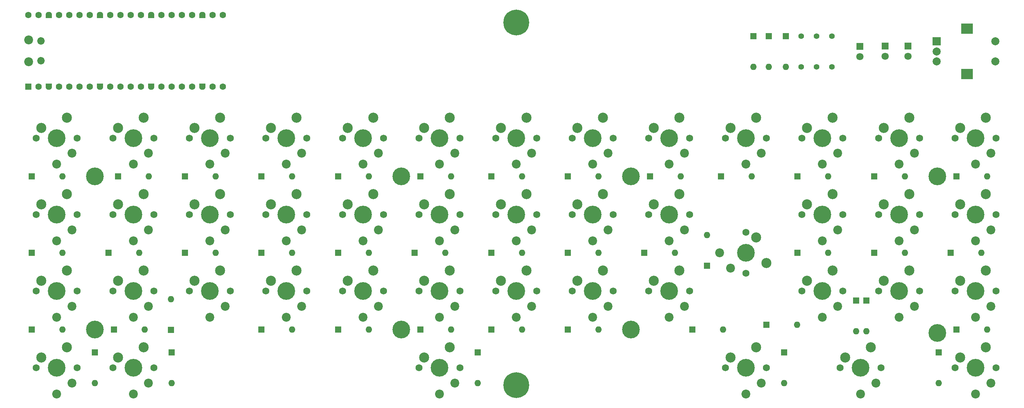
<source format=gbr>
%TF.GenerationSoftware,KiCad,Pcbnew,8.0.3*%
%TF.CreationDate,2024-07-13T14:49:37+01:00*%
%TF.ProjectId,CursedBoard,43757273-6564-4426-9f61-72642e6b6963,rev?*%
%TF.SameCoordinates,Original*%
%TF.FileFunction,Soldermask,Bot*%
%TF.FilePolarity,Negative*%
%FSLAX46Y46*%
G04 Gerber Fmt 4.6, Leading zero omitted, Abs format (unit mm)*
G04 Created by KiCad (PCBNEW 8.0.3) date 2024-07-13 14:49:37*
%MOMM*%
%LPD*%
G01*
G04 APERTURE LIST*
G04 Aperture macros list*
%AMRoundRect*
0 Rectangle with rounded corners*
0 $1 Rounding radius*
0 $2 $3 $4 $5 $6 $7 $8 $9 X,Y pos of 4 corners*
0 Add a 4 corners polygon primitive as box body*
4,1,4,$2,$3,$4,$5,$6,$7,$8,$9,$2,$3,0*
0 Add four circle primitives for the rounded corners*
1,1,$1+$1,$2,$3*
1,1,$1+$1,$4,$5*
1,1,$1+$1,$6,$7*
1,1,$1+$1,$8,$9*
0 Add four rect primitives between the rounded corners*
20,1,$1+$1,$2,$3,$4,$5,0*
20,1,$1+$1,$4,$5,$6,$7,0*
20,1,$1+$1,$6,$7,$8,$9,0*
20,1,$1+$1,$8,$9,$2,$3,0*%
%AMFreePoly0*
4,1,28,0.605014,0.794986,0.644504,0.794986,0.724698,0.756366,0.780194,0.686777,0.800000,0.600000,0.800000,-0.600000,0.780194,-0.686777,0.724698,-0.756366,0.644504,-0.794986,0.605014,-0.794986,0.600000,-0.800000,0.000000,-0.800000,-0.178017,-0.779942,-0.347107,-0.720775,-0.498792,-0.625465,-0.625465,-0.498792,-0.720775,-0.347107,-0.779942,-0.178017,-0.800000,0.000000,-0.779942,0.178017,
-0.720775,0.347107,-0.625465,0.498792,-0.498792,0.625465,-0.347107,0.720775,-0.178017,0.779942,0.000000,0.800000,0.600000,0.800000,0.605014,0.794986,0.605014,0.794986,$1*%
%AMFreePoly1*
4,1,28,0.178017,0.779942,0.347107,0.720775,0.498792,0.625465,0.625465,0.498792,0.720775,0.347107,0.779942,0.178017,0.800000,0.000000,0.779942,-0.178017,0.720775,-0.347107,0.625465,-0.498792,0.498792,-0.625465,0.347107,-0.720775,0.178017,-0.779942,0.000000,-0.800000,-0.600000,-0.800000,-0.605014,-0.794986,-0.644504,-0.794986,-0.724698,-0.756366,-0.780194,-0.686777,-0.800000,-0.600000,
-0.800000,0.600000,-0.780194,0.686777,-0.724698,0.756366,-0.644504,0.794986,-0.605014,0.794986,-0.600000,0.800000,0.000000,0.800000,0.178017,0.779942,0.178017,0.779942,$1*%
G04 Aperture macros list end*
%ADD10C,1.750000*%
%ADD11C,4.400000*%
%ADD12C,2.500000*%
%ADD13C,2.200000*%
%ADD14C,1.400000*%
%ADD15R,1.800000X1.800000*%
%ADD16C,1.800000*%
%ADD17R,2.000000X2.000000*%
%ADD18C,2.000000*%
%ADD19R,3.000000X2.500000*%
%ADD20C,1.850000*%
%ADD21RoundRect,0.200000X0.600000X-0.600000X0.600000X0.600000X-0.600000X0.600000X-0.600000X-0.600000X0*%
%ADD22C,1.600000*%
%ADD23FreePoly0,90.000000*%
%ADD24FreePoly1,90.000000*%
%ADD25R,1.600000X1.600000*%
%ADD26O,1.600000X1.600000*%
%ADD27C,6.400000*%
G04 APERTURE END LIST*
D10*
%TO.C,SW30*%
X87545000Y-130625000D03*
D11*
X92625000Y-130625000D03*
D10*
X97705000Y-130625000D03*
D12*
X95165000Y-125545000D03*
D13*
X96425000Y-134425000D03*
D12*
X88815000Y-128085000D03*
D13*
X92625000Y-137125000D03*
%TD*%
D11*
%TO.C,H7*%
X254125000Y-102125000D03*
%TD*%
D10*
%TO.C,SW29*%
X68545000Y-130625000D03*
D11*
X73625000Y-130625000D03*
D10*
X78705000Y-130625000D03*
D12*
X76165000Y-125545000D03*
D13*
X77425000Y-134425000D03*
D12*
X69815000Y-128085000D03*
D13*
X73625000Y-137125000D03*
%TD*%
D10*
%TO.C,SW5*%
X106545000Y-92625000D03*
D11*
X111625000Y-92625000D03*
D10*
X116705000Y-92625000D03*
D12*
X114165000Y-87545000D03*
D13*
X115425000Y-96425000D03*
D12*
X107815000Y-90085000D03*
D13*
X111625000Y-99125000D03*
%TD*%
D14*
%TO.C,R1*%
X220345000Y-74930000D03*
X220345000Y-67310000D03*
%TD*%
D10*
%TO.C,SW35*%
X182545000Y-130625000D03*
D11*
X187625000Y-130625000D03*
D10*
X192705000Y-130625000D03*
D12*
X190165000Y-125545000D03*
D13*
X191425000Y-134425000D03*
D12*
X183815000Y-128085000D03*
D13*
X187625000Y-137125000D03*
%TD*%
D10*
%TO.C,SW19*%
X125545000Y-111625000D03*
D11*
X130625000Y-111625000D03*
D10*
X135705000Y-111625000D03*
D12*
X133165000Y-106545000D03*
D13*
X134425000Y-115425000D03*
D12*
X126815000Y-109085000D03*
D13*
X130625000Y-118125000D03*
%TD*%
D15*
%TO.C,D45*%
X246888000Y-69845000D03*
D16*
X246888000Y-72385000D03*
%TD*%
D10*
%TO.C,SW22*%
X182545000Y-111625000D03*
D11*
X187625000Y-111625000D03*
D10*
X192705000Y-111625000D03*
D12*
X190165000Y-106545000D03*
D13*
X191425000Y-115425000D03*
D12*
X183815000Y-109085000D03*
D13*
X187625000Y-118125000D03*
%TD*%
D17*
%TO.C,SW45*%
X254000000Y-68620000D03*
D18*
X254000000Y-73620000D03*
X254000000Y-71120000D03*
D19*
X261500000Y-65520000D03*
X261500000Y-76720000D03*
D18*
X268500000Y-68620000D03*
X268500000Y-73620000D03*
%TD*%
D11*
%TO.C,H13*%
X121125000Y-140125000D03*
%TD*%
D10*
%TO.C,SW18*%
X106545000Y-111625000D03*
D11*
X111625000Y-111625000D03*
D10*
X116705000Y-111625000D03*
D12*
X114165000Y-106545000D03*
D13*
X115425000Y-115425000D03*
D12*
X107815000Y-109085000D03*
D13*
X111625000Y-118125000D03*
%TD*%
D15*
%TO.C,D50*%
X234950000Y-69850000D03*
D16*
X234950000Y-72390000D03*
%TD*%
D13*
%TO.C,A1*%
X28705000Y-73725000D03*
D20*
X31735000Y-73425000D03*
X31735000Y-68575000D03*
D13*
X28705000Y-68275000D03*
D21*
X28575000Y-79890000D03*
D22*
X31115000Y-79890000D03*
D23*
X33655000Y-79890000D03*
D22*
X36195000Y-79890000D03*
X38735000Y-79890000D03*
X41275000Y-79890000D03*
X43815000Y-79890000D03*
D23*
X46355000Y-79890000D03*
D22*
X48895000Y-79890000D03*
X51435000Y-79890000D03*
X53975000Y-79890000D03*
X56515000Y-79890000D03*
D23*
X59055000Y-79890000D03*
D22*
X61595000Y-79890000D03*
X64135000Y-79890000D03*
X66675000Y-79890000D03*
X69215000Y-79890000D03*
D23*
X71755000Y-79890000D03*
D22*
X74295000Y-79890000D03*
X76835000Y-79890000D03*
X76835000Y-62110000D03*
X74295000Y-62110000D03*
D24*
X71755000Y-62110000D03*
D22*
X69215000Y-62110000D03*
X66675000Y-62110000D03*
X64135000Y-62110000D03*
X61595000Y-62110000D03*
D24*
X59055000Y-62110000D03*
D22*
X56515000Y-62110000D03*
X53975000Y-62110000D03*
X51435000Y-62110000D03*
X48895000Y-62110000D03*
D24*
X46355000Y-62110000D03*
D22*
X43815000Y-62110000D03*
X41275000Y-62110000D03*
X38735000Y-62110000D03*
X36195000Y-62110000D03*
D24*
X33655000Y-62110000D03*
D22*
X31115000Y-62110000D03*
X28575000Y-62110000D03*
%TD*%
D10*
%TO.C,SW14*%
X30545000Y-111625000D03*
D11*
X35625000Y-111625000D03*
D10*
X40705000Y-111625000D03*
D12*
X38165000Y-106545000D03*
D13*
X39425000Y-115425000D03*
D12*
X31815000Y-109085000D03*
D13*
X35625000Y-118125000D03*
%TD*%
D10*
%TO.C,SW16*%
X68545000Y-111625000D03*
D11*
X73625000Y-111625000D03*
D10*
X78705000Y-111625000D03*
D12*
X76165000Y-106545000D03*
D13*
X77425000Y-115425000D03*
D12*
X69815000Y-109085000D03*
D13*
X73625000Y-118125000D03*
%TD*%
D25*
%TO.C,D47*%
X212344000Y-67310000D03*
D26*
X212344000Y-74930000D03*
%TD*%
D10*
%TO.C,SW17*%
X87545000Y-111625000D03*
D11*
X92625000Y-111625000D03*
D10*
X97705000Y-111625000D03*
D12*
X95165000Y-106545000D03*
D13*
X96425000Y-115425000D03*
D12*
X88815000Y-109085000D03*
D13*
X92625000Y-118125000D03*
%TD*%
D10*
%TO.C,SW23*%
X206625000Y-116045000D03*
D11*
X206625000Y-121125000D03*
D10*
X206625000Y-126205000D03*
D12*
X211705000Y-123665000D03*
D13*
X202825000Y-124925000D03*
D12*
X209165000Y-117315000D03*
D13*
X200125000Y-121125000D03*
%TD*%
D11*
%TO.C,H11*%
X121125000Y-102125000D03*
%TD*%
D10*
%TO.C,SW1*%
X30545000Y-92625000D03*
D11*
X35625000Y-92625000D03*
D10*
X40705000Y-92625000D03*
D12*
X38165000Y-87545000D03*
D13*
X39425000Y-96425000D03*
D12*
X31815000Y-90085000D03*
D13*
X35625000Y-99125000D03*
%TD*%
D11*
%TO.C,H10*%
X254125000Y-140970000D03*
%TD*%
D10*
%TO.C,SW12*%
X239545000Y-92625000D03*
D11*
X244625000Y-92625000D03*
D10*
X249705000Y-92625000D03*
D12*
X247165000Y-87545000D03*
D13*
X248425000Y-96425000D03*
D12*
X240815000Y-90085000D03*
D13*
X244625000Y-99125000D03*
%TD*%
D27*
%TO.C,H2*%
X149625000Y-154000000D03*
%TD*%
D11*
%TO.C,H14*%
X178125000Y-140125000D03*
%TD*%
D10*
%TO.C,SW6*%
X125545000Y-92625000D03*
D11*
X130625000Y-92625000D03*
D10*
X135705000Y-92625000D03*
D12*
X133165000Y-87545000D03*
D13*
X134425000Y-96425000D03*
D12*
X126815000Y-90085000D03*
D13*
X130625000Y-99125000D03*
%TD*%
D10*
%TO.C,SW33*%
X144545000Y-130625000D03*
D11*
X149625000Y-130625000D03*
D10*
X154705000Y-130625000D03*
D12*
X152165000Y-125545000D03*
D13*
X153425000Y-134425000D03*
D12*
X145815000Y-128085000D03*
D13*
X149625000Y-137125000D03*
%TD*%
D10*
%TO.C,SW15*%
X49545000Y-111625000D03*
D11*
X54625000Y-111625000D03*
D10*
X59705000Y-111625000D03*
D12*
X57165000Y-106545000D03*
D13*
X58425000Y-115425000D03*
D12*
X50815000Y-109085000D03*
D13*
X54625000Y-118125000D03*
%TD*%
D15*
%TO.C,D46*%
X241173000Y-69840000D03*
D16*
X241173000Y-72380000D03*
%TD*%
D10*
%TO.C,SW27*%
X30545000Y-130625000D03*
D11*
X35625000Y-130625000D03*
D10*
X40705000Y-130625000D03*
D12*
X38165000Y-125545000D03*
D13*
X39425000Y-134425000D03*
D12*
X31815000Y-128085000D03*
D13*
X35625000Y-137125000D03*
%TD*%
D25*
%TO.C,D48*%
X208534000Y-67310000D03*
D26*
X208534000Y-74930000D03*
%TD*%
D27*
%TO.C,H1*%
X149625000Y-64000000D03*
%TD*%
D10*
%TO.C,SW42*%
X201545000Y-149625000D03*
D11*
X206625000Y-149625000D03*
D10*
X211705000Y-149625000D03*
D12*
X209165000Y-144545000D03*
D13*
X210425000Y-153425000D03*
D12*
X202815000Y-147085000D03*
D13*
X206625000Y-156125000D03*
%TD*%
D10*
%TO.C,SW24*%
X220545000Y-111625000D03*
D11*
X225625000Y-111625000D03*
D10*
X230705000Y-111625000D03*
D12*
X228165000Y-106545000D03*
D13*
X229425000Y-115425000D03*
D12*
X221815000Y-109085000D03*
D13*
X225625000Y-118125000D03*
%TD*%
D10*
%TO.C,SW7*%
X144545000Y-92625000D03*
D11*
X149625000Y-92625000D03*
D10*
X154705000Y-92625000D03*
D12*
X152165000Y-87545000D03*
D13*
X153425000Y-96425000D03*
D12*
X145815000Y-90085000D03*
D13*
X149625000Y-99125000D03*
%TD*%
D10*
%TO.C,SW40*%
X49545000Y-149625000D03*
D11*
X54625000Y-149625000D03*
D10*
X59705000Y-149625000D03*
D12*
X57165000Y-144545000D03*
D13*
X58425000Y-153425000D03*
D12*
X50815000Y-147085000D03*
D13*
X54625000Y-156125000D03*
%TD*%
D10*
%TO.C,SW43*%
X230045000Y-149625000D03*
D11*
X235125000Y-149625000D03*
D10*
X240205000Y-149625000D03*
D12*
X237665000Y-144545000D03*
D13*
X238925000Y-153425000D03*
D12*
X231315000Y-147085000D03*
D13*
X235125000Y-156125000D03*
%TD*%
D10*
%TO.C,SW39*%
X30545000Y-149625000D03*
D11*
X35625000Y-149625000D03*
D10*
X40705000Y-149625000D03*
D12*
X38165000Y-144545000D03*
D13*
X39425000Y-153425000D03*
D12*
X31815000Y-147085000D03*
D13*
X35625000Y-156125000D03*
%TD*%
D10*
%TO.C,SW13*%
X258545000Y-92625000D03*
D11*
X263625000Y-92625000D03*
D10*
X268705000Y-92625000D03*
D12*
X266165000Y-87545000D03*
D13*
X267425000Y-96425000D03*
D12*
X259815000Y-90085000D03*
D13*
X263625000Y-99125000D03*
%TD*%
D10*
%TO.C,SW8*%
X163545000Y-92625000D03*
D11*
X168625000Y-92625000D03*
D10*
X173705000Y-92625000D03*
D12*
X171165000Y-87545000D03*
D13*
X172425000Y-96425000D03*
D12*
X164815000Y-90085000D03*
D13*
X168625000Y-99125000D03*
%TD*%
D10*
%TO.C,SW32*%
X125545000Y-130625000D03*
D11*
X130625000Y-130625000D03*
D10*
X135705000Y-130625000D03*
D12*
X133165000Y-125545000D03*
D13*
X134425000Y-134425000D03*
D12*
X126815000Y-128085000D03*
D13*
X130625000Y-137125000D03*
%TD*%
D10*
%TO.C,SW25*%
X239545000Y-111625000D03*
D11*
X244625000Y-111625000D03*
D10*
X249705000Y-111625000D03*
D12*
X247165000Y-106545000D03*
D13*
X248425000Y-115425000D03*
D12*
X240815000Y-109085000D03*
D13*
X244625000Y-118125000D03*
%TD*%
D10*
%TO.C,SW37*%
X239545000Y-130625000D03*
D11*
X244625000Y-130625000D03*
D10*
X249705000Y-130625000D03*
D12*
X247165000Y-125545000D03*
D13*
X248425000Y-134425000D03*
D12*
X240815000Y-128085000D03*
D13*
X244625000Y-137125000D03*
%TD*%
D10*
%TO.C,SW21*%
X163545000Y-111625000D03*
D11*
X168625000Y-111625000D03*
D10*
X173705000Y-111625000D03*
D12*
X171165000Y-106545000D03*
D13*
X172425000Y-115425000D03*
D12*
X164815000Y-109085000D03*
D13*
X168625000Y-118125000D03*
%TD*%
D10*
%TO.C,SW10*%
X201545000Y-92625000D03*
D11*
X206625000Y-92625000D03*
D10*
X211705000Y-92625000D03*
D12*
X209165000Y-87545000D03*
D13*
X210425000Y-96425000D03*
D12*
X202815000Y-90085000D03*
D13*
X206625000Y-99125000D03*
%TD*%
D10*
%TO.C,SW11*%
X220545000Y-92625000D03*
D11*
X225625000Y-92625000D03*
D10*
X230705000Y-92625000D03*
D12*
X228165000Y-87545000D03*
D13*
X229425000Y-96425000D03*
D12*
X221815000Y-90085000D03*
D13*
X225625000Y-99125000D03*
%TD*%
D10*
%TO.C,SW20*%
X144545000Y-111625000D03*
D11*
X149625000Y-111625000D03*
D10*
X154705000Y-111625000D03*
D12*
X152165000Y-106545000D03*
D13*
X153425000Y-115425000D03*
D12*
X145815000Y-109085000D03*
D13*
X149625000Y-118125000D03*
%TD*%
D10*
%TO.C,SW34*%
X163545000Y-130625000D03*
D11*
X168625000Y-130625000D03*
D10*
X173705000Y-130625000D03*
D12*
X171165000Y-125545000D03*
D13*
X172425000Y-134425000D03*
D12*
X164815000Y-128085000D03*
D13*
X168625000Y-137125000D03*
%TD*%
D10*
%TO.C,SW3*%
X68545000Y-92625000D03*
D11*
X73625000Y-92625000D03*
D10*
X78705000Y-92625000D03*
D12*
X76165000Y-87545000D03*
D13*
X77425000Y-96425000D03*
D12*
X69815000Y-90085000D03*
D13*
X73625000Y-99125000D03*
%TD*%
D10*
%TO.C,SW36*%
X220545000Y-130625000D03*
D11*
X225625000Y-130625000D03*
D10*
X230705000Y-130625000D03*
D12*
X228165000Y-125545000D03*
D13*
X229425000Y-134425000D03*
D12*
X221815000Y-128085000D03*
D13*
X225625000Y-137125000D03*
%TD*%
D10*
%TO.C,SW4*%
X87545000Y-92625000D03*
D11*
X92625000Y-92625000D03*
D10*
X97705000Y-92625000D03*
D12*
X95165000Y-87545000D03*
D13*
X96425000Y-96425000D03*
D12*
X88815000Y-90085000D03*
D13*
X92625000Y-99125000D03*
%TD*%
D11*
%TO.C,H8*%
X45125000Y-102125000D03*
%TD*%
D10*
%TO.C,SW31*%
X106545000Y-130625000D03*
D11*
X111625000Y-130625000D03*
D10*
X116705000Y-130625000D03*
D12*
X114165000Y-125545000D03*
D13*
X115425000Y-134425000D03*
D12*
X107815000Y-128085000D03*
D13*
X111625000Y-137125000D03*
%TD*%
D25*
%TO.C,D49*%
X216535000Y-67310000D03*
D26*
X216535000Y-74930000D03*
%TD*%
D10*
%TO.C,SW26*%
X258545000Y-111625000D03*
D11*
X263625000Y-111625000D03*
D10*
X268705000Y-111625000D03*
D12*
X266165000Y-106545000D03*
D13*
X267425000Y-115425000D03*
D12*
X259815000Y-109085000D03*
D13*
X263625000Y-118125000D03*
%TD*%
D11*
%TO.C,H12*%
X178125000Y-102125000D03*
%TD*%
D10*
%TO.C,SW41*%
X125545000Y-149625000D03*
D11*
X130625000Y-149625000D03*
D10*
X135705000Y-149625000D03*
D12*
X133165000Y-144545000D03*
D13*
X134425000Y-153425000D03*
D12*
X126815000Y-147085000D03*
D13*
X130625000Y-156125000D03*
%TD*%
D14*
%TO.C,R3*%
X227965000Y-74930000D03*
X227965000Y-67310000D03*
%TD*%
%TO.C,R2*%
X224155000Y-74930000D03*
X224155000Y-67310000D03*
%TD*%
D10*
%TO.C,SW28*%
X49545000Y-130625000D03*
D11*
X54625000Y-130625000D03*
D10*
X59705000Y-130625000D03*
D12*
X57165000Y-125545000D03*
D13*
X58425000Y-134425000D03*
D12*
X50815000Y-128085000D03*
D13*
X54625000Y-137125000D03*
%TD*%
D10*
%TO.C,SW38*%
X258545000Y-130625000D03*
D11*
X263625000Y-130625000D03*
D10*
X268705000Y-130625000D03*
D12*
X266165000Y-125545000D03*
D13*
X267425000Y-134425000D03*
D12*
X259815000Y-128085000D03*
D13*
X263625000Y-137125000D03*
%TD*%
D11*
%TO.C,H9*%
X45125000Y-140125000D03*
%TD*%
D10*
%TO.C,SW2*%
X49545000Y-92625000D03*
D11*
X54625000Y-92625000D03*
D10*
X59705000Y-92625000D03*
D12*
X57165000Y-87545000D03*
D13*
X58425000Y-96425000D03*
D12*
X50815000Y-90085000D03*
D13*
X54625000Y-99125000D03*
%TD*%
D10*
%TO.C,SW9*%
X182545000Y-92625000D03*
D11*
X187625000Y-92625000D03*
D10*
X192705000Y-92625000D03*
D12*
X190165000Y-87545000D03*
D13*
X191425000Y-96425000D03*
D12*
X183815000Y-90085000D03*
D13*
X187625000Y-99125000D03*
%TD*%
D10*
%TO.C,SW44*%
X258545000Y-149625000D03*
D11*
X263625000Y-149625000D03*
D10*
X268705000Y-149625000D03*
D12*
X266165000Y-144545000D03*
D13*
X267425000Y-153425000D03*
D12*
X259815000Y-147085000D03*
D13*
X263625000Y-156125000D03*
%TD*%
D25*
%TO.C,D44*%
X254500000Y-145815000D03*
D26*
X254500000Y-153435000D03*
%TD*%
D25*
%TO.C,D35*%
X193315000Y-140125000D03*
D26*
X200935000Y-140125000D03*
%TD*%
D25*
%TO.C,D4*%
X86440000Y-102125000D03*
D26*
X94060000Y-102125000D03*
%TD*%
D25*
%TO.C,D16*%
X67440000Y-121125000D03*
D26*
X75060000Y-121125000D03*
%TD*%
D25*
%TO.C,D2*%
X50815000Y-102125000D03*
D26*
X58435000Y-102125000D03*
%TD*%
D25*
%TO.C,D18*%
X105440000Y-121125000D03*
D26*
X113060000Y-121125000D03*
%TD*%
D25*
%TO.C,D37*%
X234000000Y-133000000D03*
D26*
X234000000Y-140620000D03*
%TD*%
D25*
%TO.C,D43*%
X140125000Y-145815000D03*
D26*
X140125000Y-153435000D03*
%TD*%
D25*
%TO.C,D31*%
X105440000Y-140125000D03*
D26*
X113060000Y-140125000D03*
%TD*%
D25*
%TO.C,D6*%
X125875000Y-102125000D03*
D26*
X133495000Y-102125000D03*
%TD*%
D25*
%TO.C,D25*%
X238440000Y-121125000D03*
D26*
X246060000Y-121125000D03*
%TD*%
D25*
%TO.C,D20*%
X143440000Y-121125000D03*
D26*
X151060000Y-121125000D03*
%TD*%
D25*
%TO.C,D9*%
X182875000Y-102125000D03*
D26*
X190495000Y-102125000D03*
%TD*%
D25*
%TO.C,D38*%
X258875000Y-140125000D03*
D26*
X266495000Y-140125000D03*
%TD*%
D25*
%TO.C,D1*%
X29440000Y-102125000D03*
D26*
X37060000Y-102125000D03*
%TD*%
D25*
%TO.C,D11*%
X219440000Y-102125000D03*
D26*
X227060000Y-102125000D03*
%TD*%
D25*
%TO.C,D13*%
X258875000Y-102125000D03*
D26*
X266495000Y-102125000D03*
%TD*%
D25*
%TO.C,D36*%
X211690000Y-139000000D03*
D26*
X219310000Y-139000000D03*
%TD*%
D25*
%TO.C,D26*%
X257440000Y-121125000D03*
D26*
X265060000Y-121125000D03*
%TD*%
D25*
%TO.C,D23*%
X197000000Y-124310000D03*
D26*
X197000000Y-116690000D03*
%TD*%
D25*
%TO.C,D8*%
X162440000Y-102125000D03*
D26*
X170060000Y-102125000D03*
%TD*%
D25*
%TO.C,D30*%
X86440000Y-140125000D03*
D26*
X94060000Y-140125000D03*
%TD*%
D25*
%TO.C,D7*%
X143440000Y-102125000D03*
D26*
X151060000Y-102125000D03*
%TD*%
D25*
%TO.C,D42*%
X236500000Y-133000000D03*
D26*
X236500000Y-140620000D03*
%TD*%
D25*
%TO.C,D22*%
X181440000Y-121125000D03*
D26*
X189060000Y-121125000D03*
%TD*%
D25*
%TO.C,D14*%
X29440000Y-121125000D03*
D26*
X37060000Y-121125000D03*
%TD*%
D25*
%TO.C,D33*%
X143440000Y-140125000D03*
D26*
X151060000Y-140125000D03*
%TD*%
D25*
%TO.C,D34*%
X162440000Y-140125000D03*
D26*
X170060000Y-140125000D03*
%TD*%
D25*
%TO.C,D28*%
X49875000Y-140125000D03*
D26*
X57495000Y-140125000D03*
%TD*%
D25*
%TO.C,D41*%
X216125000Y-145815000D03*
D26*
X216125000Y-153435000D03*
%TD*%
D25*
%TO.C,D12*%
X238440000Y-102125000D03*
D26*
X246060000Y-102125000D03*
%TD*%
D25*
%TO.C,D27*%
X29440000Y-140125000D03*
D26*
X37060000Y-140125000D03*
%TD*%
D25*
%TO.C,D5*%
X105440000Y-102125000D03*
D26*
X113060000Y-102125000D03*
%TD*%
D25*
%TO.C,D40*%
X64125000Y-145815000D03*
D26*
X64125000Y-153435000D03*
%TD*%
D25*
%TO.C,D19*%
X124440000Y-121125000D03*
D26*
X132060000Y-121125000D03*
%TD*%
D25*
%TO.C,D17*%
X86440000Y-121125000D03*
D26*
X94060000Y-121125000D03*
%TD*%
D25*
%TO.C,D39*%
X45125000Y-145815000D03*
D26*
X45125000Y-153435000D03*
%TD*%
D25*
%TO.C,D21*%
X162440000Y-121125000D03*
D26*
X170060000Y-121125000D03*
%TD*%
D25*
%TO.C,D10*%
X200440000Y-102125000D03*
D26*
X208060000Y-102125000D03*
%TD*%
D25*
%TO.C,D29*%
X64000000Y-140210000D03*
D26*
X64000000Y-132590000D03*
%TD*%
D25*
%TO.C,D24*%
X219440000Y-121125000D03*
D26*
X227060000Y-121125000D03*
%TD*%
D25*
%TO.C,D15*%
X48440000Y-121125000D03*
D26*
X56060000Y-121125000D03*
%TD*%
D25*
%TO.C,D32*%
X125875000Y-140125000D03*
D26*
X133495000Y-140125000D03*
%TD*%
D25*
%TO.C,D3*%
X67440000Y-102125000D03*
D26*
X75060000Y-102125000D03*
%TD*%
M02*

</source>
